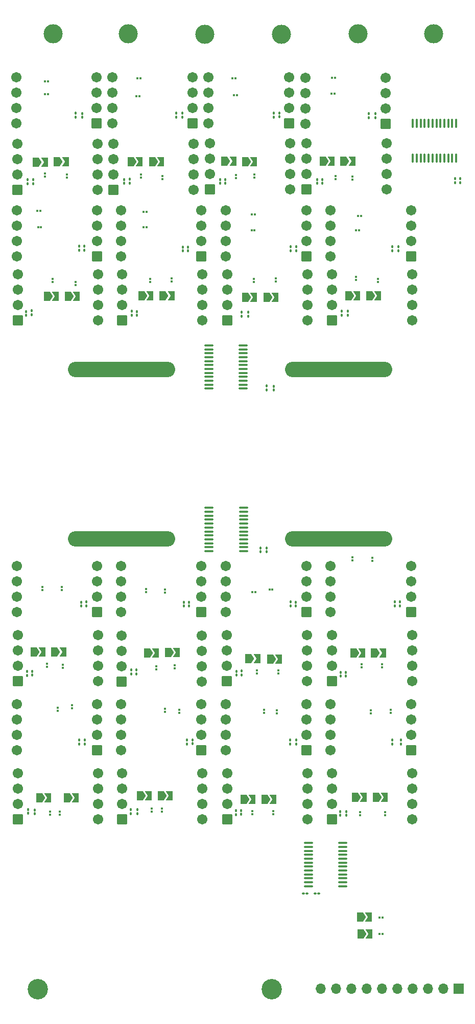
<source format=gbr>
%TF.GenerationSoftware,KiCad,Pcbnew,7.0.1*%
%TF.CreationDate,2024-07-12T18:32:01-07:00*%
%TF.ProjectId,air_foil_pcb,6169725f-666f-4696-9c5f-7063622e6b69,rev?*%
%TF.SameCoordinates,Original*%
%TF.FileFunction,Soldermask,Top*%
%TF.FilePolarity,Negative*%
%FSLAX46Y46*%
G04 Gerber Fmt 4.6, Leading zero omitted, Abs format (unit mm)*
G04 Created by KiCad (PCBNEW 7.0.1) date 2024-07-12 18:32:01*
%MOMM*%
%LPD*%
G01*
G04 APERTURE LIST*
G04 Aperture macros list*
%AMRoundRect*
0 Rectangle with rounded corners*
0 $1 Rounding radius*
0 $2 $3 $4 $5 $6 $7 $8 $9 X,Y pos of 4 corners*
0 Add a 4 corners polygon primitive as box body*
4,1,4,$2,$3,$4,$5,$6,$7,$8,$9,$2,$3,0*
0 Add four circle primitives for the rounded corners*
1,1,$1+$1,$2,$3*
1,1,$1+$1,$4,$5*
1,1,$1+$1,$6,$7*
1,1,$1+$1,$8,$9*
0 Add four rect primitives between the rounded corners*
20,1,$1+$1,$2,$3,$4,$5,0*
20,1,$1+$1,$4,$5,$6,$7,0*
20,1,$1+$1,$6,$7,$8,$9,0*
20,1,$1+$1,$8,$9,$2,$3,0*%
%AMFreePoly0*
4,1,6,1.000000,0.000000,0.500000,-0.750000,-0.500000,-0.750000,-0.500000,0.750000,0.500000,0.750000,1.000000,0.000000,1.000000,0.000000,$1*%
%AMFreePoly1*
4,1,6,0.500000,-0.750000,-0.650000,-0.750000,-0.150000,0.000000,-0.650000,0.750000,0.500000,0.750000,0.500000,-0.750000,0.500000,-0.750000,$1*%
G04 Aperture macros list end*
%ADD10C,3.379000*%
%ADD11O,17.780000X2.540000*%
%ADD12C,3.175000*%
%ADD13RoundRect,0.102000X0.750000X0.750000X-0.750000X0.750000X-0.750000X-0.750000X0.750000X-0.750000X0*%
%ADD14C,1.704000*%
%ADD15RoundRect,0.102000X-0.750000X-0.750000X0.750000X-0.750000X0.750000X0.750000X-0.750000X0.750000X0*%
%ADD16RoundRect,0.075000X-0.125000X-0.075000X0.125000X-0.075000X0.125000X0.075000X-0.125000X0.075000X0*%
%ADD17RoundRect,0.075000X0.075000X-0.125000X0.075000X0.125000X-0.075000X0.125000X-0.075000X-0.125000X0*%
%ADD18RoundRect,0.075000X-0.075000X0.125000X-0.075000X-0.125000X0.075000X-0.125000X0.075000X0.125000X0*%
%ADD19RoundRect,0.075000X0.125000X0.075000X-0.125000X0.075000X-0.125000X-0.075000X0.125000X-0.075000X0*%
%ADD20FreePoly0,0.000000*%
%ADD21FreePoly1,0.000000*%
%ADD22RoundRect,0.100000X-0.100000X0.130000X-0.100000X-0.130000X0.100000X-0.130000X0.100000X0.130000X0*%
%ADD23RoundRect,0.100000X0.100000X-0.130000X0.100000X0.130000X-0.100000X0.130000X-0.100000X-0.130000X0*%
%ADD24RoundRect,0.100000X0.130000X0.100000X-0.130000X0.100000X-0.130000X-0.100000X0.130000X-0.100000X0*%
%ADD25RoundRect,0.100000X-0.130000X-0.100000X0.130000X-0.100000X0.130000X0.100000X-0.130000X0.100000X0*%
%ADD26O,1.700000X1.700000*%
%ADD27R,1.700000X1.700000*%
%ADD28RoundRect,0.100000X0.637500X0.100000X-0.637500X0.100000X-0.637500X-0.100000X0.637500X-0.100000X0*%
%ADD29RoundRect,0.100000X-0.100000X0.637500X-0.100000X-0.637500X0.100000X-0.637500X0.100000X0.637500X0*%
G04 APERTURE END LIST*
D10*
%TO.C,J2*%
X25679800Y-185928000D03*
X64439800Y-185928000D03*
%TD*%
D11*
%TO.C,J3*%
X75545400Y-111362300D03*
X75545400Y-83362300D03*
X39545400Y-111362300D03*
X39545400Y-83362300D03*
%TD*%
D12*
%TO.C,J4*%
X28190800Y-27863800D03*
X40690800Y-27863800D03*
X53390800Y-27876300D03*
X66090800Y-27876300D03*
X78790800Y-27863800D03*
X91290800Y-27863800D03*
%TD*%
D13*
%TO.C,U36*%
X83328600Y-42709600D03*
D14*
X83328600Y-40169600D03*
X83328600Y-37629600D03*
X83328600Y-35089600D03*
X70028600Y-35089600D03*
X70028600Y-37629600D03*
X70028600Y-40169600D03*
X70028600Y-42709600D03*
%TD*%
D13*
%TO.C,U35*%
X35449600Y-42633400D03*
D14*
X35449600Y-40093400D03*
X35449600Y-37553400D03*
X35449600Y-35013400D03*
X22149600Y-35013400D03*
X22149600Y-37553400D03*
X22149600Y-40093400D03*
X22149600Y-42633400D03*
%TD*%
%TO.C,U34*%
X38075400Y-42645600D03*
X38075400Y-40105600D03*
X38075400Y-37565600D03*
X38075400Y-35025600D03*
X51375400Y-35025600D03*
X51375400Y-37565600D03*
X51375400Y-40105600D03*
D13*
X51375400Y-42645600D03*
%TD*%
%TO.C,U33*%
X67302000Y-42645600D03*
D14*
X67302000Y-40105600D03*
X67302000Y-37565600D03*
X67302000Y-35025600D03*
X54002000Y-35025600D03*
X54002000Y-37565600D03*
X54002000Y-40105600D03*
X54002000Y-42645600D03*
%TD*%
D15*
%TO.C,U31*%
X38236600Y-53603350D03*
D14*
X38236600Y-51063350D03*
X38236600Y-48523350D03*
X38236600Y-45983350D03*
X51536600Y-45983350D03*
X51536600Y-48523350D03*
X51536600Y-51063350D03*
X51536600Y-53603350D03*
%TD*%
D15*
%TO.C,U30*%
X54203600Y-53543200D03*
D14*
X54203600Y-51003200D03*
X54203600Y-48463200D03*
X54203600Y-45923200D03*
X67503600Y-45923200D03*
X67503600Y-48463200D03*
X67503600Y-51003200D03*
X67503600Y-53543200D03*
%TD*%
D15*
%TO.C,U29*%
X70184200Y-53533350D03*
D14*
X70184200Y-50993350D03*
X70184200Y-48453350D03*
X70184200Y-45913350D03*
X83484200Y-45913350D03*
X83484200Y-48453350D03*
X83484200Y-50993350D03*
X83484200Y-53533350D03*
%TD*%
D15*
%TO.C,U28*%
X22326600Y-53670200D03*
D14*
X22326600Y-51130200D03*
X22326600Y-48590200D03*
X22326600Y-46050200D03*
X35626600Y-46050200D03*
X35626600Y-48590200D03*
X35626600Y-51130200D03*
X35626600Y-53670200D03*
%TD*%
D13*
%TO.C,U27*%
X87540600Y-64686800D03*
D14*
X87540600Y-62146800D03*
X87540600Y-59606800D03*
X87540600Y-57066800D03*
X74240600Y-57066800D03*
X74240600Y-59606800D03*
X74240600Y-62146800D03*
X74240600Y-64686800D03*
%TD*%
%TO.C,U26*%
X22177400Y-64686800D03*
X22177400Y-62146800D03*
X22177400Y-59606800D03*
X22177400Y-57066800D03*
X35477400Y-57066800D03*
X35477400Y-59606800D03*
X35477400Y-62146800D03*
D13*
X35477400Y-64686800D03*
%TD*%
D14*
%TO.C,U25*%
X39469200Y-64680600D03*
X39469200Y-62140600D03*
X39469200Y-59600600D03*
X39469200Y-57060600D03*
X52769200Y-57060600D03*
X52769200Y-59600600D03*
X52769200Y-62140600D03*
D13*
X52769200Y-64680600D03*
%TD*%
%TO.C,U24*%
X70186200Y-64686800D03*
D14*
X70186200Y-62146800D03*
X70186200Y-59606800D03*
X70186200Y-57066800D03*
X56886200Y-57066800D03*
X56886200Y-59606800D03*
X56886200Y-62146800D03*
X56886200Y-64686800D03*
%TD*%
D15*
%TO.C,U22*%
X39669200Y-75253200D03*
D14*
X39669200Y-72713200D03*
X39669200Y-70173200D03*
X39669200Y-67633200D03*
X52969200Y-67633200D03*
X52969200Y-70173200D03*
X52969200Y-72713200D03*
X52969200Y-75253200D03*
%TD*%
D15*
%TO.C,U21*%
X57086200Y-75253200D03*
D14*
X57086200Y-72713200D03*
X57086200Y-70173200D03*
X57086200Y-67633200D03*
X70386200Y-67633200D03*
X70386200Y-70173200D03*
X70386200Y-72713200D03*
X70386200Y-75253200D03*
%TD*%
D15*
%TO.C,U20*%
X74440600Y-75253200D03*
D14*
X74440600Y-72713200D03*
X74440600Y-70173200D03*
X74440600Y-67633200D03*
X87740600Y-67633200D03*
X87740600Y-70173200D03*
X87740600Y-72713200D03*
X87740600Y-75253200D03*
%TD*%
D15*
%TO.C,U19*%
X22377400Y-75253200D03*
D14*
X22377400Y-72713200D03*
X22377400Y-70173200D03*
X22377400Y-67633200D03*
X35677400Y-67633200D03*
X35677400Y-70173200D03*
X35677400Y-72713200D03*
X35677400Y-75253200D03*
%TD*%
D13*
%TO.C,U18*%
X87540600Y-123494800D03*
D14*
X87540600Y-120954800D03*
X87540600Y-118414800D03*
X87540600Y-115874800D03*
X74240600Y-115874800D03*
X74240600Y-118414800D03*
X74240600Y-120954800D03*
X74240600Y-123494800D03*
%TD*%
D13*
%TO.C,U17*%
X35477400Y-123494800D03*
D14*
X35477400Y-120954800D03*
X35477400Y-118414800D03*
X35477400Y-115874800D03*
X22177400Y-115874800D03*
X22177400Y-118414800D03*
X22177400Y-120954800D03*
X22177400Y-123494800D03*
%TD*%
%TO.C,U16*%
X39469200Y-123494800D03*
X39469200Y-120954800D03*
X39469200Y-118414800D03*
X39469200Y-115874800D03*
X52769200Y-115874800D03*
X52769200Y-118414800D03*
X52769200Y-120954800D03*
D13*
X52769200Y-123494800D03*
%TD*%
%TO.C,U15*%
X70186200Y-123494800D03*
D14*
X70186200Y-120954800D03*
X70186200Y-118414800D03*
X70186200Y-115874800D03*
X56886200Y-115874800D03*
X56886200Y-118414800D03*
X56886200Y-120954800D03*
X56886200Y-123494800D03*
%TD*%
D15*
%TO.C,U13*%
X39557400Y-134975600D03*
D14*
X39557400Y-132435600D03*
X39557400Y-129895600D03*
X39557400Y-127355600D03*
X52857400Y-127355600D03*
X52857400Y-129895600D03*
X52857400Y-132435600D03*
X52857400Y-134975600D03*
%TD*%
D15*
%TO.C,U12*%
X57001600Y-134965750D03*
D14*
X57001600Y-132425750D03*
X57001600Y-129885750D03*
X57001600Y-127345750D03*
X70301600Y-127345750D03*
X70301600Y-129885750D03*
X70301600Y-132425750D03*
X70301600Y-134965750D03*
%TD*%
%TO.C,U11*%
X87740600Y-134924800D03*
X87740600Y-132384800D03*
X87740600Y-129844800D03*
X87740600Y-127304800D03*
X74440600Y-127304800D03*
X74440600Y-129844800D03*
X74440600Y-132384800D03*
D15*
X74440600Y-134924800D03*
%TD*%
%TO.C,U10*%
X22377400Y-134924800D03*
D14*
X22377400Y-132384800D03*
X22377400Y-129844800D03*
X22377400Y-127304800D03*
X35677400Y-127304800D03*
X35677400Y-129844800D03*
X35677400Y-132384800D03*
X35677400Y-134924800D03*
%TD*%
D13*
%TO.C,U9*%
X35477400Y-146354800D03*
D14*
X35477400Y-143814800D03*
X35477400Y-141274800D03*
X35477400Y-138734800D03*
X22177400Y-138734800D03*
X22177400Y-141274800D03*
X22177400Y-143814800D03*
X22177400Y-146354800D03*
%TD*%
D13*
%TO.C,U8*%
X52769200Y-146354800D03*
D14*
X52769200Y-143814800D03*
X52769200Y-141274800D03*
X52769200Y-138734800D03*
X39469200Y-138734800D03*
X39469200Y-141274800D03*
X39469200Y-143814800D03*
X39469200Y-146354800D03*
%TD*%
D13*
%TO.C,U7*%
X70186200Y-146354800D03*
D14*
X70186200Y-143814800D03*
X70186200Y-141274800D03*
X70186200Y-138734800D03*
X56886200Y-138734800D03*
X56886200Y-141274800D03*
X56886200Y-143814800D03*
X56886200Y-146354800D03*
%TD*%
D13*
%TO.C,U6*%
X87540600Y-146354800D03*
D14*
X87540600Y-143814800D03*
X87540600Y-141274800D03*
X87540600Y-138734800D03*
X74240600Y-138734800D03*
X74240600Y-141274800D03*
X74240600Y-143814800D03*
X74240600Y-146354800D03*
%TD*%
D15*
%TO.C,U5*%
X22377400Y-157784800D03*
D14*
X22377400Y-155244800D03*
X22377400Y-152704800D03*
X22377400Y-150164800D03*
X35677400Y-150164800D03*
X35677400Y-152704800D03*
X35677400Y-155244800D03*
X35677400Y-157784800D03*
%TD*%
D15*
%TO.C,U4*%
X39669200Y-157784800D03*
D14*
X39669200Y-155244800D03*
X39669200Y-152704800D03*
X39669200Y-150164800D03*
X52969200Y-150164800D03*
X52969200Y-152704800D03*
X52969200Y-155244800D03*
X52969200Y-157784800D03*
%TD*%
D15*
%TO.C,U3*%
X57086200Y-157784800D03*
D14*
X57086200Y-155244800D03*
X57086200Y-152704800D03*
X57086200Y-150164800D03*
X70386200Y-150164800D03*
X70386200Y-152704800D03*
X70386200Y-155244800D03*
X70386200Y-157784800D03*
%TD*%
D15*
%TO.C,U2*%
X74440600Y-157784800D03*
D14*
X74440600Y-155244800D03*
X74440600Y-152704800D03*
X74440600Y-150164800D03*
X87740600Y-150164800D03*
X87740600Y-152704800D03*
X87740600Y-155244800D03*
X87740600Y-157784800D03*
%TD*%
D16*
%TO.C,R66*%
X74451400Y-35077400D03*
X74951400Y-35077400D03*
%TD*%
%TO.C,R65*%
X26881600Y-35687000D03*
X27381600Y-35687000D03*
%TD*%
%TO.C,R64*%
X42168000Y-35229800D03*
X42668000Y-35229800D03*
%TD*%
%TO.C,R63*%
X57971200Y-35229800D03*
X58471200Y-35229800D03*
%TD*%
%TO.C,R62*%
X74349800Y-37769800D03*
X74849800Y-37769800D03*
%TD*%
%TO.C,R61*%
X26906600Y-37820600D03*
X27406600Y-37820600D03*
%TD*%
%TO.C,R60*%
X42045400Y-38125400D03*
X42545400Y-38125400D03*
%TD*%
%TO.C,R59*%
X58170000Y-37947600D03*
X58670000Y-37947600D03*
%TD*%
D17*
%TO.C,R58*%
X46384800Y-51837400D03*
X46384800Y-51337400D03*
%TD*%
%TO.C,R57*%
X61544200Y-51608800D03*
X61544200Y-51108800D03*
%TD*%
%TO.C,R56*%
X77876400Y-51939000D03*
X77876400Y-51439000D03*
%TD*%
%TO.C,R55*%
X30480000Y-51608800D03*
X30480000Y-51108800D03*
%TD*%
%TO.C,R54*%
X42748200Y-51604400D03*
X42748200Y-51104400D03*
%TD*%
%TO.C,R53*%
X58521600Y-51685000D03*
X58521600Y-51185000D03*
%TD*%
%TO.C,R52*%
X75006200Y-51833000D03*
X75006200Y-51333000D03*
%TD*%
%TO.C,R51*%
X26873200Y-51405600D03*
X26873200Y-50905600D03*
%TD*%
D16*
%TO.C,R50*%
X78739600Y-57937400D03*
X79239600Y-57937400D03*
%TD*%
%TO.C,R49*%
X25585800Y-57124600D03*
X26085800Y-57124600D03*
%TD*%
%TO.C,R48*%
X43213800Y-57277000D03*
X43713800Y-57277000D03*
%TD*%
%TO.C,R47*%
X61197000Y-57708800D03*
X61697000Y-57708800D03*
%TD*%
%TO.C,R46*%
X78469000Y-60299600D03*
X78969000Y-60299600D03*
%TD*%
%TO.C,R45*%
X25734200Y-59867800D03*
X26234200Y-59867800D03*
%TD*%
%TO.C,R44*%
X43188400Y-59867800D03*
X43688400Y-59867800D03*
%TD*%
%TO.C,R43*%
X61120800Y-60325000D03*
X61620800Y-60325000D03*
%TD*%
D18*
%TO.C,R42*%
X47853600Y-68326000D03*
X47853600Y-68826000D03*
%TD*%
%TO.C,R41*%
X65176400Y-68304600D03*
X65176400Y-68804600D03*
%TD*%
%TO.C,R40*%
X82067400Y-68355400D03*
X82067400Y-68855400D03*
%TD*%
%TO.C,R39*%
X31957600Y-68888800D03*
X31957600Y-69388800D03*
%TD*%
%TO.C,R38*%
X44348400Y-68355400D03*
X44348400Y-68855400D03*
%TD*%
%TO.C,R37*%
X61468000Y-68355400D03*
X61468000Y-68855400D03*
%TD*%
%TO.C,R36*%
X78460600Y-68025200D03*
X78460600Y-68525200D03*
%TD*%
%TO.C,R35*%
X28117800Y-68359400D03*
X28117800Y-68859400D03*
%TD*%
%TO.C,R34*%
X77825600Y-114405600D03*
X77825600Y-114905600D03*
%TD*%
D17*
%TO.C,R33*%
X26441400Y-119884000D03*
X26441400Y-119384000D03*
%TD*%
%TO.C,R32*%
X43641200Y-120163400D03*
X43641200Y-119663400D03*
%TD*%
D16*
%TO.C,R31*%
X61222400Y-120192800D03*
X61722400Y-120192800D03*
%TD*%
D18*
%TO.C,R30*%
X81102200Y-114502800D03*
X81102200Y-115002800D03*
%TD*%
D17*
%TO.C,R29*%
X29667200Y-119837600D03*
X29667200Y-119337600D03*
%TD*%
%TO.C,R28*%
X46761400Y-120235600D03*
X46761400Y-119735600D03*
%TD*%
D19*
%TO.C,R27*%
X64588200Y-119811800D03*
X64088200Y-119811800D03*
%TD*%
D17*
%TO.C,R26*%
X48412400Y-132838000D03*
X48412400Y-132338000D03*
%TD*%
%TO.C,R25*%
X65582800Y-133676200D03*
X65582800Y-133176200D03*
%TD*%
%TO.C,R24*%
X82727800Y-132609400D03*
X82727800Y-132109400D03*
%TD*%
%TO.C,R23*%
X29845000Y-132681600D03*
X29845000Y-132181600D03*
%TD*%
%TO.C,R22*%
X45339000Y-132939600D03*
X45339000Y-132439600D03*
%TD*%
%TO.C,R21*%
X62026800Y-133650800D03*
X62026800Y-133150800D03*
%TD*%
%TO.C,R20*%
X79324200Y-132660200D03*
X79324200Y-132160200D03*
%TD*%
%TO.C,R19*%
X27207800Y-132584000D03*
X27207800Y-132084000D03*
%TD*%
D18*
%TO.C,R18*%
X28981400Y-139369400D03*
X28981400Y-139869400D03*
%TD*%
%TO.C,R17*%
X31318200Y-138912200D03*
X31318200Y-139412200D03*
%TD*%
%TO.C,R16*%
X46761400Y-139471000D03*
X46761400Y-139971000D03*
%TD*%
%TO.C,R15*%
X49123600Y-139653200D03*
X49123600Y-140153200D03*
%TD*%
%TO.C,R14*%
X63195200Y-139682600D03*
X63195200Y-140182600D03*
%TD*%
%TO.C,R13*%
X65303400Y-139733800D03*
X65303400Y-140233800D03*
%TD*%
%TO.C,R12*%
X80873600Y-139750800D03*
X80873600Y-140250800D03*
%TD*%
%TO.C,R11*%
X84226400Y-139632200D03*
X84226400Y-140132200D03*
%TD*%
D17*
%TO.C,R10*%
X29362400Y-156989000D03*
X29362400Y-156489000D03*
%TD*%
%TO.C,R9*%
X27712400Y-156989000D03*
X27712400Y-156489000D03*
%TD*%
%TO.C,R8*%
X46228000Y-156506400D03*
X46228000Y-156006400D03*
%TD*%
%TO.C,R7*%
X44578000Y-156506400D03*
X44578000Y-156006400D03*
%TD*%
%TO.C,R6*%
X64693800Y-156912800D03*
X64693800Y-156412800D03*
%TD*%
%TO.C,R5*%
X61239400Y-156938200D03*
X61239400Y-156438200D03*
%TD*%
%TO.C,R4*%
X83261200Y-157116000D03*
X83261200Y-156616000D03*
%TD*%
%TO.C,R3*%
X79100000Y-157069600D03*
X79100000Y-156569600D03*
%TD*%
D19*
%TO.C,R2*%
X82825400Y-176758600D03*
X82325400Y-176758600D03*
%TD*%
%TO.C,R1*%
X82804000Y-174015400D03*
X82304000Y-174015400D03*
%TD*%
D20*
%TO.C,JP62*%
X44653200Y-48971200D03*
D21*
X46103200Y-48971200D03*
%TD*%
D20*
%TO.C,JP61*%
X60057200Y-48971200D03*
D21*
X61507200Y-48971200D03*
%TD*%
D20*
%TO.C,JP60*%
X76350200Y-48920400D03*
D21*
X77800200Y-48920400D03*
%TD*%
D20*
%TO.C,JP59*%
X28852200Y-49022000D03*
D21*
X30302200Y-49022000D03*
%TD*%
D20*
%TO.C,JP58*%
X41097200Y-48971200D03*
D21*
X42547200Y-48971200D03*
%TD*%
D20*
%TO.C,JP57*%
X56628200Y-48945800D03*
D21*
X58078200Y-48945800D03*
%TD*%
D20*
%TO.C,JP56*%
X72946600Y-48920400D03*
D21*
X74396600Y-48920400D03*
%TD*%
D20*
%TO.C,JP55*%
X25386200Y-49047400D03*
D21*
X26836200Y-49047400D03*
%TD*%
D20*
%TO.C,JP46*%
X46380400Y-71196200D03*
D21*
X47830400Y-71196200D03*
%TD*%
D20*
%TO.C,JP45*%
X63601600Y-71399400D03*
D21*
X65051600Y-71399400D03*
%TD*%
D20*
%TO.C,JP44*%
X80645000Y-71170800D03*
D21*
X82095000Y-71170800D03*
%TD*%
D20*
%TO.C,JP43*%
X30644000Y-71297800D03*
D21*
X32094000Y-71297800D03*
%TD*%
D20*
%TO.C,JP42*%
X42861400Y-71196200D03*
D21*
X44311400Y-71196200D03*
%TD*%
D20*
%TO.C,JP41*%
X60071000Y-71424800D03*
D21*
X61521000Y-71424800D03*
%TD*%
D20*
%TO.C,JP40*%
X77137600Y-71196200D03*
D21*
X78587600Y-71196200D03*
%TD*%
D20*
%TO.C,JP39*%
X27226600Y-71297800D03*
D21*
X28676600Y-71297800D03*
%TD*%
%TO.C,JP30*%
X48719400Y-130225800D03*
D20*
X47269400Y-130225800D03*
%TD*%
%TO.C,JP29*%
X64172000Y-131265800D03*
D21*
X65622000Y-131265800D03*
%TD*%
D20*
%TO.C,JP28*%
X81432400Y-130251200D03*
D21*
X82882400Y-130251200D03*
%TD*%
D20*
%TO.C,JP27*%
X28434200Y-130058600D03*
D21*
X29884200Y-130058600D03*
%TD*%
%TO.C,JP26*%
X45265000Y-130251200D03*
D20*
X43815000Y-130251200D03*
%TD*%
%TO.C,JP25*%
X60602200Y-131191000D03*
D21*
X62052200Y-131191000D03*
%TD*%
D20*
%TO.C,JP24*%
X78001200Y-130276600D03*
D21*
X79451200Y-130276600D03*
%TD*%
D20*
%TO.C,JP23*%
X24991400Y-130073400D03*
D21*
X26441400Y-130073400D03*
%TD*%
D20*
%TO.C,JP14*%
X30480000Y-154254200D03*
D21*
X31930000Y-154254200D03*
%TD*%
D20*
%TO.C,JP13*%
X25958800Y-154228800D03*
D21*
X27408800Y-154228800D03*
%TD*%
%TO.C,JP12*%
X47500200Y-153873200D03*
D20*
X46050200Y-153873200D03*
%TD*%
%TO.C,JP11*%
X42609600Y-153873200D03*
D21*
X44059600Y-153873200D03*
%TD*%
D20*
%TO.C,JP10*%
X63283000Y-154457400D03*
D21*
X64733000Y-154457400D03*
%TD*%
D20*
%TO.C,JP9*%
X59817000Y-154508200D03*
D21*
X61267000Y-154508200D03*
%TD*%
D20*
%TO.C,JP8*%
X81735000Y-154178000D03*
D21*
X83185000Y-154178000D03*
%TD*%
D20*
%TO.C,JP7*%
X78255200Y-154178000D03*
D21*
X79705200Y-154178000D03*
%TD*%
D20*
%TO.C,JP6*%
X79132600Y-173964600D03*
D21*
X80582600Y-173964600D03*
%TD*%
D20*
%TO.C,JP5*%
X79222600Y-176733200D03*
D21*
X80672600Y-176733200D03*
%TD*%
D22*
%TO.C,C72*%
X95732600Y-51815600D03*
X95732600Y-52455600D03*
%TD*%
%TO.C,C71*%
X63601600Y-86105600D03*
X63601600Y-86745600D03*
%TD*%
D23*
%TO.C,C70*%
X62611000Y-113513000D03*
X62611000Y-112873000D03*
%TD*%
D24*
%TO.C,C69*%
X70347800Y-170027600D03*
X69707800Y-170027600D03*
%TD*%
D22*
%TO.C,C68*%
X33020000Y-41005800D03*
X33020000Y-41645800D03*
%TD*%
%TO.C,C67*%
X49631600Y-40970200D03*
X49631600Y-41610200D03*
%TD*%
%TO.C,C66*%
X65709800Y-40929600D03*
X65709800Y-41569600D03*
%TD*%
%TO.C,C65*%
X81686400Y-41046000D03*
X81686400Y-41686000D03*
%TD*%
%TO.C,C64*%
X24028400Y-51993800D03*
X24028400Y-52633800D03*
%TD*%
%TO.C,C63*%
X39954200Y-51927800D03*
X39954200Y-52567800D03*
%TD*%
%TO.C,C62*%
X55905400Y-51942600D03*
X55905400Y-52582600D03*
%TD*%
%TO.C,C61*%
X72034400Y-51917200D03*
X72034400Y-52557200D03*
%TD*%
%TO.C,C60*%
X33418600Y-62991600D03*
X33418600Y-63631600D03*
%TD*%
%TO.C,C59*%
X50596800Y-63089000D03*
X50596800Y-63729000D03*
%TD*%
%TO.C,C58*%
X68503800Y-63053000D03*
X68503800Y-63693000D03*
%TD*%
%TO.C,C57*%
X85420200Y-63078400D03*
X85420200Y-63718400D03*
%TD*%
%TO.C,C56*%
X76022200Y-73741200D03*
X76022200Y-74381200D03*
%TD*%
%TO.C,C55*%
X59486800Y-73884000D03*
X59486800Y-74524000D03*
%TD*%
%TO.C,C54*%
X41270600Y-73746400D03*
X41270600Y-74386400D03*
%TD*%
%TO.C,C53*%
X23749000Y-73761200D03*
X23749000Y-74401200D03*
%TD*%
%TO.C,C52*%
X75890000Y-133461400D03*
X75890000Y-134101400D03*
%TD*%
%TO.C,C51*%
X58597800Y-133284000D03*
X58597800Y-133924000D03*
%TD*%
%TO.C,C50*%
X41148000Y-133095600D03*
X41148000Y-133735600D03*
%TD*%
%TO.C,C49*%
X23926800Y-133319600D03*
X23926800Y-133959600D03*
%TD*%
%TO.C,C48*%
X85725000Y-121843800D03*
X85725000Y-122483800D03*
%TD*%
%TO.C,C47*%
X68447800Y-122487600D03*
X68447800Y-121847600D03*
%TD*%
%TO.C,C46*%
X50774600Y-121868800D03*
X50774600Y-122508800D03*
%TD*%
%TO.C,C45*%
X32890600Y-121853650D03*
X32890600Y-122493650D03*
%TD*%
%TO.C,C44*%
X33477200Y-144678000D03*
X33477200Y-145318000D03*
%TD*%
%TO.C,C43*%
X51358800Y-144652600D03*
X51358800Y-145292600D03*
%TD*%
%TO.C,C42*%
X68554600Y-144678400D03*
X68554600Y-145318400D03*
%TD*%
%TO.C,C41*%
X85877400Y-144673800D03*
X85877400Y-145313800D03*
%TD*%
%TO.C,C40*%
X24079200Y-156154200D03*
X24079200Y-156794200D03*
%TD*%
%TO.C,C39*%
X41122600Y-156184600D03*
X41122600Y-156824600D03*
%TD*%
%TO.C,C38*%
X58572400Y-156347200D03*
X58572400Y-156987200D03*
%TD*%
%TO.C,C37*%
X75844400Y-156489000D03*
X75844400Y-157129000D03*
%TD*%
%TO.C,C36*%
X31927800Y-40965600D03*
X31927800Y-41605600D03*
%TD*%
%TO.C,C35*%
X48590200Y-40965600D03*
X48590200Y-41605600D03*
%TD*%
%TO.C,C34*%
X64795400Y-40940200D03*
X64795400Y-41580200D03*
%TD*%
%TO.C,C33*%
X80543400Y-41031200D03*
X80543400Y-41671200D03*
%TD*%
%TO.C,C32*%
X24942800Y-51963800D03*
X24942800Y-52603800D03*
%TD*%
%TO.C,C31*%
X40919400Y-51902400D03*
X40919400Y-52542400D03*
%TD*%
%TO.C,C30*%
X56718200Y-51942600D03*
X56718200Y-52582600D03*
%TD*%
%TO.C,C29*%
X72872600Y-51917200D03*
X72872600Y-52557200D03*
%TD*%
%TO.C,C28*%
X32512000Y-62987400D03*
X32512000Y-63627400D03*
%TD*%
%TO.C,C27*%
X49707800Y-63089000D03*
X49707800Y-63729000D03*
%TD*%
%TO.C,C26*%
X67614800Y-63042400D03*
X67614800Y-63682400D03*
%TD*%
%TO.C,C25*%
X84455000Y-63073800D03*
X84455000Y-63713800D03*
%TD*%
%TO.C,C24*%
X77089000Y-73710800D03*
X77089000Y-74350800D03*
%TD*%
%TO.C,C23*%
X60530000Y-73909400D03*
X60530000Y-74549400D03*
%TD*%
%TO.C,C22*%
X42113200Y-73771800D03*
X42113200Y-74411800D03*
%TD*%
%TO.C,C21*%
X24638000Y-73655400D03*
X24638000Y-74295400D03*
%TD*%
%TO.C,C20*%
X76733400Y-133446600D03*
X76733400Y-134086600D03*
%TD*%
%TO.C,C19*%
X59441200Y-133269200D03*
X59441200Y-133909200D03*
%TD*%
%TO.C,C18*%
X41991400Y-133080800D03*
X41991400Y-133720800D03*
%TD*%
%TO.C,C17*%
X24770200Y-133304800D03*
X24770200Y-133944800D03*
%TD*%
%TO.C,C16*%
X84886800Y-121829000D03*
X84886800Y-122469000D03*
%TD*%
%TO.C,C15*%
X67589400Y-121843400D03*
X67589400Y-122483400D03*
%TD*%
%TO.C,C14*%
X49890800Y-121879400D03*
X49890800Y-122519400D03*
%TD*%
%TO.C,C13*%
X33756600Y-121843400D03*
X33756600Y-122483400D03*
%TD*%
%TO.C,C12*%
X32562800Y-144688600D03*
X32562800Y-145328600D03*
%TD*%
%TO.C,C11*%
X50419000Y-144678000D03*
X50419000Y-145318000D03*
%TD*%
%TO.C,C10*%
X67538600Y-144678000D03*
X67538600Y-145318000D03*
%TD*%
%TO.C,C9*%
X84480400Y-144678000D03*
X84480400Y-145318000D03*
%TD*%
%TO.C,C8*%
X25171400Y-156245600D03*
X25171400Y-156885600D03*
%TD*%
%TO.C,C7*%
X42164000Y-156184200D03*
X42164000Y-156824200D03*
%TD*%
%TO.C,C6*%
X59385200Y-156321800D03*
X59385200Y-156961800D03*
%TD*%
%TO.C,C5*%
X76835000Y-156489000D03*
X76835000Y-157129000D03*
%TD*%
%TO.C,C4*%
X94894400Y-51800800D03*
X94894400Y-52440800D03*
%TD*%
%TO.C,C3*%
X64820800Y-86131000D03*
X64820800Y-86771000D03*
%TD*%
D23*
%TO.C,C2*%
X63601600Y-113538400D03*
X63601600Y-112898400D03*
%TD*%
D25*
%TO.C,C1*%
X71653000Y-170103800D03*
X72293000Y-170103800D03*
%TD*%
D26*
%TO.C,J5*%
X72567800Y-185826400D03*
X75107800Y-185826400D03*
X77647800Y-185826400D03*
X80187800Y-185826400D03*
X82727800Y-185826400D03*
X85267800Y-185826400D03*
X87807800Y-185826400D03*
X90347800Y-185826400D03*
X92887800Y-185826400D03*
D27*
X95427800Y-185826400D03*
%TD*%
D28*
%TO.C,U14*%
X59776200Y-113411000D03*
X59776200Y-112761000D03*
X59776200Y-112111000D03*
X59776200Y-111461000D03*
X59776200Y-110811000D03*
X59776200Y-110161000D03*
X59776200Y-109511000D03*
X59776200Y-108861000D03*
X59776200Y-108211000D03*
X59776200Y-107561000D03*
X59776200Y-106911000D03*
X59776200Y-106261000D03*
X54051200Y-106261000D03*
X54051200Y-106911000D03*
X54051200Y-107561000D03*
X54051200Y-108211000D03*
X54051200Y-108861000D03*
X54051200Y-109511000D03*
X54051200Y-110161000D03*
X54051200Y-110811000D03*
X54051200Y-111461000D03*
X54051200Y-112111000D03*
X54051200Y-112761000D03*
X54051200Y-113411000D03*
%TD*%
%TO.C,U1*%
X76268500Y-168852800D03*
X76268500Y-168202800D03*
X76268500Y-167552800D03*
X76268500Y-166902800D03*
X76268500Y-166252800D03*
X76268500Y-165602800D03*
X76268500Y-164952800D03*
X76268500Y-164302800D03*
X76268500Y-163652800D03*
X76268500Y-163002800D03*
X76268500Y-162352800D03*
X76268500Y-161702800D03*
X70543500Y-161702800D03*
X70543500Y-162352800D03*
X70543500Y-163002800D03*
X70543500Y-163652800D03*
X70543500Y-164302800D03*
X70543500Y-164952800D03*
X70543500Y-165602800D03*
X70543500Y-166252800D03*
X70543500Y-166902800D03*
X70543500Y-167552800D03*
X70543500Y-168202800D03*
X70543500Y-168852800D03*
%TD*%
%TO.C,U23*%
X59740800Y-86527400D03*
X59740800Y-85877400D03*
X59740800Y-85227400D03*
X59740800Y-84577400D03*
X59740800Y-83927400D03*
X59740800Y-83277400D03*
X59740800Y-82627400D03*
X59740800Y-81977400D03*
X59740800Y-81327400D03*
X59740800Y-80677400D03*
X59740800Y-80027400D03*
X59740800Y-79377400D03*
X54015800Y-79377400D03*
X54015800Y-80027400D03*
X54015800Y-80677400D03*
X54015800Y-81327400D03*
X54015800Y-81977400D03*
X54015800Y-82627400D03*
X54015800Y-83277400D03*
X54015800Y-83927400D03*
X54015800Y-84577400D03*
X54015800Y-85227400D03*
X54015800Y-85877400D03*
X54015800Y-86527400D03*
%TD*%
D29*
%TO.C,U32*%
X95021400Y-42646600D03*
X94371400Y-42646600D03*
X93721400Y-42646600D03*
X93071400Y-42646600D03*
X92421400Y-42646600D03*
X91771400Y-42646600D03*
X91121400Y-42646600D03*
X90471400Y-42646600D03*
X89821400Y-42646600D03*
X89171400Y-42646600D03*
X88521400Y-42646600D03*
X87871400Y-42646600D03*
X87871400Y-48371600D03*
X88521400Y-48371600D03*
X89171400Y-48371600D03*
X89821400Y-48371600D03*
X90471400Y-48371600D03*
X91121400Y-48371600D03*
X91771400Y-48371600D03*
X92421400Y-48371600D03*
X93071400Y-48371600D03*
X93721400Y-48371600D03*
X94371400Y-48371600D03*
X95021400Y-48371600D03*
%TD*%
M02*

</source>
